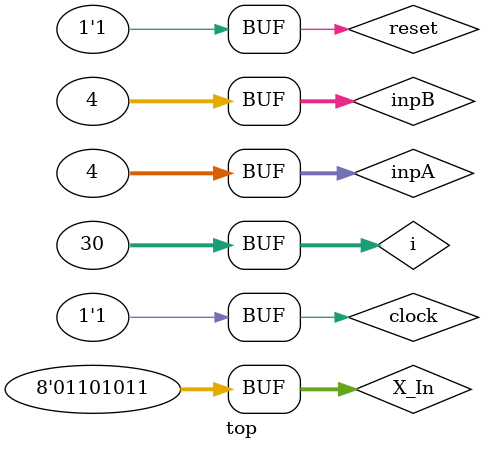
<source format=v>
`include "adder32bit.v"

module top;
	reg signed [31:0]inpA,inpB;
	reg[7:0] X_In;
	wire signed [31:0]outS;
	wire[7:0]xout;
	reg clock,reset;
	adder adder_0(outS,xout,inpA,inpB,X_In,clock,reset);
	integer i;

	initial
		begin
		#0 X_In="k"; inpA=36865; inpB=33023;
		#3 X_In="k"; inpA=9943121; inpB=-3302367;
		#4 X_In="k"; inpA=-3686; inpB=3023;
		#4 X_In="k"; inpA=2; inpB=2;
		#4 X_In="k"; inpA=4; inpB=4;

		end
		
	initial
		begin
		clock=1;
		reset=0;
		reset=1;
		for (i=0;i<30;i++)
		#1 clock=~clock;
		end

	initial
		begin
			$monitor($time,": X=%0d\tY=%0d\tOutput: Sum=%0d",inpA,inpB,outS);
		end
endmodule


</source>
